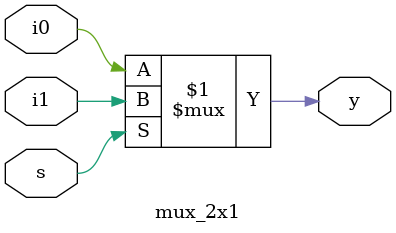
<source format=sv>
/*module mux_2x1(y,i0,i1,s);
  output y;
  input i0,i1,s;
  wire w1,w2,w3;
  
  and a1(w1,i0,w3);
  and a2(w2,i1,s);
  not n1(w3,s);
  or r1(y,w2,w1);
  endmodule*/

module mux_2x1(y,i0,i1,s);
  output y;
  input i0,i1,s;
  
  //assign y = ~s&i0 | s&i1;
  
  assign y = s ? i1 :i0;
  
  
  
endmodule 
</source>
